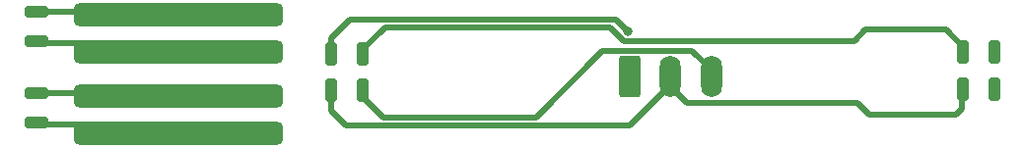
<source format=gbr>
%TF.GenerationSoftware,KiCad,Pcbnew,8.0.5*%
%TF.CreationDate,2025-02-11T15:16:58+01:00*%
%TF.ProjectId,keerlusRelais,6b656572-6c75-4735-9265-6c6169732e6b,rev?*%
%TF.SameCoordinates,Original*%
%TF.FileFunction,Copper,L1,Top*%
%TF.FilePolarity,Positive*%
%FSLAX46Y46*%
G04 Gerber Fmt 4.6, Leading zero omitted, Abs format (unit mm)*
G04 Created by KiCad (PCBNEW 8.0.5) date 2025-02-11 15:16:58*
%MOMM*%
%LPD*%
G01*
G04 APERTURE LIST*
G04 Aperture macros list*
%AMRoundRect*
0 Rectangle with rounded corners*
0 $1 Rounding radius*
0 $2 $3 $4 $5 $6 $7 $8 $9 X,Y pos of 4 corners*
0 Add a 4 corners polygon primitive as box body*
4,1,4,$2,$3,$4,$5,$6,$7,$8,$9,$2,$3,0*
0 Add four circle primitives for the rounded corners*
1,1,$1+$1,$2,$3*
1,1,$1+$1,$4,$5*
1,1,$1+$1,$6,$7*
1,1,$1+$1,$8,$9*
0 Add four rect primitives between the rounded corners*
20,1,$1+$1,$2,$3,$4,$5,0*
20,1,$1+$1,$4,$5,$6,$7,0*
20,1,$1+$1,$6,$7,$8,$9,0*
20,1,$1+$1,$8,$9,$2,$3,0*%
G04 Aperture macros list end*
%TA.AperFunction,EtchedComponent*%
%ADD10C,0.500000*%
%TD*%
%TA.AperFunction,SMDPad,CuDef*%
%ADD11RoundRect,0.250000X0.750000X-0.250000X0.750000X0.250000X-0.750000X0.250000X-0.750000X-0.250000X0*%
%TD*%
%TA.AperFunction,SMDPad,CuDef*%
%ADD12RoundRect,0.500000X8.500000X-0.500000X8.500000X0.500000X-8.500000X0.500000X-8.500000X-0.500000X0*%
%TD*%
%TA.AperFunction,SMDPad,CuDef*%
%ADD13RoundRect,0.250000X-0.250000X-0.750000X0.250000X-0.750000X0.250000X0.750000X-0.250000X0.750000X0*%
%TD*%
%TA.AperFunction,SMDPad,CuDef*%
%ADD14RoundRect,0.250000X0.250000X0.750000X-0.250000X0.750000X-0.250000X-0.750000X0.250000X-0.750000X0*%
%TD*%
%TA.AperFunction,ComponentPad*%
%ADD15O,1.800000X3.600000*%
%TD*%
%TA.AperFunction,ComponentPad*%
%ADD16RoundRect,0.250000X-0.650000X-1.550000X0.650000X-1.550000X0.650000X1.550000X-0.650000X1.550000X0*%
%TD*%
%TA.AperFunction,ViaPad*%
%ADD17C,0.800000*%
%TD*%
%TA.AperFunction,Conductor*%
%ADD18C,0.500000*%
%TD*%
G04 APERTURE END LIST*
D10*
%TO.C,U1*%
X80100000Y-131600000D02*
X85517708Y-131599610D01*
X80700000Y-128860000D02*
X86117708Y-128859610D01*
%TO.C,J6*%
X80100000Y-138600000D02*
X85517708Y-138599610D01*
X80700000Y-135860000D02*
X86117708Y-135859610D01*
%TD*%
D11*
%TO.P,U1,2,OUT*%
%TO.N,/OUT1*%
X80700000Y-131400000D03*
D12*
X92964000Y-132330000D03*
D11*
%TO.P,U1,4,GLo*%
%TO.N,/GLo1*%
X80700000Y-128860000D03*
D12*
X92964000Y-129155000D03*
%TD*%
D11*
%TO.P,J6,2,Pin_2*%
%TO.N,unconnected-(J6-Pin_2-Pad2)*%
X80700000Y-138400000D03*
D12*
X92964000Y-139330000D03*
D11*
%TO.P,J6,4,Pin_4*%
%TO.N,unconnected-(J6-Pin_4-Pad4)*%
X80700000Y-135860000D03*
D12*
X92964000Y-136155000D03*
%TD*%
D13*
%TO.P,J2,4,Pin_4*%
%TO.N,VCC*%
X160321000Y-135540777D03*
%TO.P,J2,3,Pin_3*%
%TO.N,unconnected-(J2-Pin_3-Pad3)*%
X163021000Y-135540777D03*
%TO.P,J2,2,Pin_2*%
%TO.N,/LED*%
X160321000Y-132365777D03*
%TO.P,J2,1,Pin_1*%
%TO.N,unconnected-(J2-Pin_1-Pad1)*%
X163021000Y-132365777D03*
%TD*%
D14*
%TO.P,J3,1,Pin_1*%
%TO.N,VCC*%
X106092000Y-135665777D03*
%TO.P,J3,2,Pin_2*%
%TO.N,/sensor*%
X108792000Y-135665777D03*
%TO.P,J3,3,Pin_3*%
%TO.N,GND*%
X106092000Y-132490777D03*
%TO.P,J3,4,Pin_4*%
%TO.N,/LED*%
X108792000Y-132490777D03*
%TD*%
D15*
%TO.P,J1,3,Pin_3*%
%TO.N,/sensor*%
X138699000Y-134493000D03*
%TO.P,J1,2,Pin_2*%
%TO.N,VCC*%
X135199000Y-134493000D03*
D16*
%TO.P,J1,1,Pin_1*%
%TO.N,GND*%
X131699000Y-134493000D03*
%TD*%
D17*
%TO.N,GND*%
X131572000Y-130556000D03*
%TD*%
D18*
%TO.N,/LED*%
X131219918Y-131406000D02*
X130053918Y-130240000D01*
X110670388Y-130240000D02*
X108792000Y-132118388D01*
X108792000Y-132118388D02*
X108792000Y-132490777D01*
X151003000Y-131406000D02*
X131219918Y-131406000D01*
X151980000Y-130429000D02*
X151003000Y-131406000D01*
X158877000Y-130429000D02*
X151980000Y-130429000D01*
X160321000Y-131873000D02*
X158877000Y-130429000D01*
X160321000Y-132365777D02*
X160321000Y-131873000D01*
X130053918Y-130240000D02*
X110670388Y-130240000D01*
%TO.N,VCC*%
X160253341Y-135608436D02*
X160321000Y-135540777D01*
X160253341Y-136485759D02*
X160253341Y-135608436D01*
X160274000Y-136616233D02*
X160253341Y-136485759D01*
X159766000Y-137795000D02*
X160274000Y-137287000D01*
X152309000Y-137795000D02*
X159766000Y-137795000D01*
X151257000Y-136743000D02*
X152309000Y-137795000D01*
X136616000Y-136743000D02*
X151257000Y-136743000D01*
X135199000Y-135326000D02*
X136616000Y-136743000D01*
X160274000Y-137287000D02*
X160274000Y-136616233D01*
X135199000Y-134493000D02*
X135199000Y-135326000D01*
%TO.N,GND*%
X106024340Y-131166286D02*
X107650626Y-129540000D01*
X106024340Y-132423117D02*
X106024340Y-131166286D01*
X106092000Y-132490777D02*
X106024340Y-132423117D01*
X107650626Y-129540000D02*
X130556000Y-129540000D01*
X130556000Y-129540000D02*
X131572000Y-130556000D01*
%TO.N,/sensor*%
X137069000Y-132243000D02*
X138699000Y-133873000D01*
X129377000Y-132243000D02*
X137069000Y-132243000D01*
X123636000Y-137984000D02*
X129377000Y-132243000D01*
X108792000Y-136224000D02*
X110552000Y-137984000D01*
X138699000Y-133873000D02*
X138699000Y-134493000D01*
X108792000Y-135665777D02*
X108792000Y-136224000D01*
X110552000Y-137984000D02*
X123636000Y-137984000D01*
%TO.N,VCC*%
X107315000Y-138684000D02*
X131699000Y-138684000D01*
X106024341Y-136545759D02*
X106024341Y-137393341D01*
X106024341Y-137393341D02*
X107315000Y-138684000D01*
X106050793Y-136378797D02*
X106024341Y-136545759D01*
X135199000Y-135184000D02*
X135199000Y-134493000D01*
X106050793Y-135706984D02*
X106050793Y-136378797D01*
X106092000Y-135665777D02*
X106050793Y-135706984D01*
X131699000Y-138684000D02*
X135199000Y-135184000D01*
%TD*%
M02*

</source>
